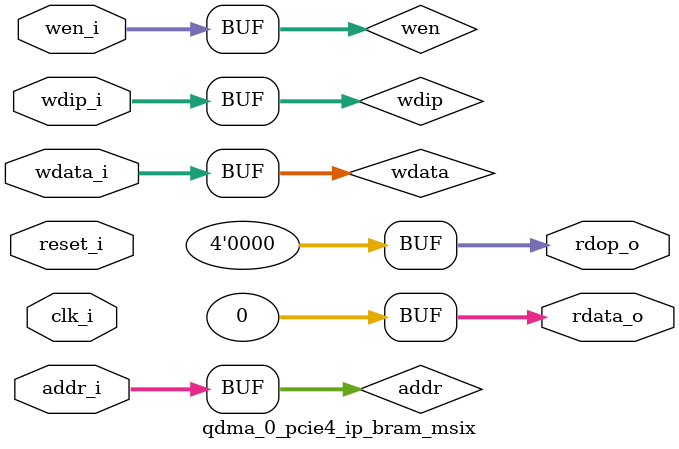
<source format=v>
`timescale 1ps/1ps

(* DowngradeIPIdentifiedWarnings = "yes" *)
module qdma_0_pcie4_ip_bram_msix #(

  parameter           TCQ = 100
, parameter           TO_RAM_PIPELINE="FALSE"
, parameter           FROM_RAM_PIPELINE="FALSE"
, parameter           MSIX_CAP_TABLE_SIZE=11'h0
, parameter           MSIX_TABLE_RAM_ENABLE="FALSE"

  ) (

  input  wire         clk_i,
  input  wire         reset_i,

  input  wire  [12:0] addr_i,
  input  wire  [31:0] wdata_i,
  input  wire   [3:0] wdip_i,
  input  wire   [3:0] wen_i,
  output wire  [31:0] rdata_o,
  output wire   [3:0] rdop_o

  );

  // WIP : Use Total number of functions (PFs + VFs) to calculate the NUM_BRAM_4K
  localparam integer NUM_BRAM_4K = (MSIX_TABLE_RAM_ENABLE == "TRUE") ? 8 : 0 ;
 

  reg          [12:0] addr;
  reg          [12:0] addr_p0;
  reg          [12:0] addr_p1;
  reg          [31:0] wdata;
  reg           [3:0] wdip;
  reg           [3:0] wen;
  reg          [31:0] reg_rdata;
  reg           [3:0] reg_rdop;
  wire         [31:0] rdata;
  wire          [3:0] rdop;
  genvar              i;
  wire    [(8*4)-1:0] bram_4k_wen;
  wire   [(8*32)-1:0] rdata_t;
  wire    [(8*4)-1:0] rdop_t;

  //
  // Optional input pipe stages
  //
  generate

    if (TO_RAM_PIPELINE == "TRUE") begin : TORAMPIPELINE

      always @(posedge clk_i) begin
     
        if (reset_i) begin

          addr <= #(TCQ) 13'b0;
          wdata <= #(TCQ) 32'b0;
          wdip <= #(TCQ) 4'b0;
          wen <= #(TCQ) 4'b0;

        end else begin

          addr <= #(TCQ) addr_i;
          wdata <= #(TCQ) wdata_i;
          wdip <= #(TCQ) wdip_i;
          wen <= #(TCQ) wen_i;

        end

      end

    end else begin : NOTORAMPIPELINE

      always @(*) begin

          addr = addr_i;
          wdata = wdata_i;
          wdip = wdip_i;
          wen = wen_i;

      end


    end

  endgenerate

  // 
  // Address pipeline
  //
  always @(posedge clk_i) begin
     
    if (reset_i) begin

      addr_p0 <= #(TCQ) 13'b0;
      addr_p1 <= #(TCQ) 13'b0;

    end else begin

      addr_p0 <= #(TCQ) addr;
      addr_p1 <= #(TCQ) addr_p0;

    end

  end

  //
  // Optional output pipe stages
  //
  generate

    if (FROM_RAM_PIPELINE == "TRUE") begin : FRMRAMPIPELINE


      always @(posedge clk_i) begin
     
        if (reset_i) begin

          reg_rdata <= #(TCQ) 32'b0;
          reg_rdop <= #(TCQ) 4'b0;

        end else begin

          case (addr_p1[12:10]) 
            3'b000 : begin
              reg_rdata <= #(TCQ) rdata_t[(32*(0))+31:(32*(0))+0];
              reg_rdop <= #(TCQ) rdop_t[(4*(0))+3:(4*(0))+0];
            end
            3'b001 : begin
              reg_rdata <= #(TCQ) rdata_t[(32*(1))+31:(32*(1))+0];
              reg_rdop <= #(TCQ) rdop_t[(4*(1))+3:(4*(1))+0];
            end
            3'b010 : begin
              reg_rdata <= #(TCQ) rdata_t[(32*(2))+31:(32*(2))+0];
              reg_rdop <= #(TCQ) rdop_t[(4*(2))+3:(4*(2))+0];
            end
            3'b011 : begin
              reg_rdata <= #(TCQ) rdata_t[(32*(3))+31:(32*(3))+0];
              reg_rdop <= #(TCQ) rdop_t[(4*(3))+3:(4*(3))+0];
            end
            3'b100 : begin
              reg_rdata <= #(TCQ) rdata_t[(32*(4))+31:(32*(4))+0];
              reg_rdop <= #(TCQ) rdop_t[(4*(4))+3:(4*(4))+0];
            end
            3'b101 : begin
              reg_rdata <= #(TCQ) rdata_t[(32*(5))+31:(32*(5))+0];
              reg_rdop <= #(TCQ) rdop_t[(4*(5))+3:(4*(5))+0];
            end
            3'b110 : begin
              reg_rdata <= #(TCQ) rdata_t[(32*(6))+31:(32*(6))+0];
              reg_rdop <= #(TCQ) rdop_t[(4*(6))+3:(4*(6))+0];
            end
            3'b111 : begin
              reg_rdata <= #(TCQ) rdata_t[(32*(7))+31:(32*(7))+0];
              reg_rdop <= #(TCQ) rdop_t[(4*(7))+3:(4*(7))+0];
            end
          endcase

        end

      end

    end else begin : NOFRMRAMPIPELINE

      always @(*) begin

          case (addr_p1[12:10]) 
            3'b000 : begin
              reg_rdata <= #(TCQ) rdata_t[(32*(0))+31:(32*(0))+0];
              reg_rdop <= #(TCQ) rdop_t[(4*(0))+3:(4*(0))+0];
            end
            3'b001 : begin
              reg_rdata <= #(TCQ) rdata_t[(32*(1))+31:(32*(1))+0];
              reg_rdop <= #(TCQ) rdop_t[(4*(1))+3:(4*(1))+0];
            end
            3'b010 : begin
              reg_rdata <= #(TCQ) rdata_t[(32*(2))+31:(32*(2))+0];
              reg_rdop <= #(TCQ) rdop_t[(4*(2))+3:(4*(2))+0];
            end
            3'b011 : begin
              reg_rdata <= #(TCQ) rdata_t[(32*(3))+31:(32*(3))+0];
              reg_rdop <= #(TCQ) rdop_t[(4*(3))+3:(4*(3))+0];
            end
            3'b100 : begin
              reg_rdata <= #(TCQ) rdata_t[(32*(4))+31:(32*(4))+0];
              reg_rdop <= #(TCQ) rdop_t[(4*(4))+3:(4*(4))+0];
            end
            3'b101 : begin
              reg_rdata <= #(TCQ) rdata_t[(32*(5))+31:(32*(5))+0];
              reg_rdop <= #(TCQ) rdop_t[(4*(5))+3:(4*(5))+0];
            end
            3'b110 : begin
              reg_rdata <= #(TCQ) rdata_t[(32*(6))+31:(32*(6))+0];
              reg_rdop <= #(TCQ) rdop_t[(4*(6))+3:(4*(6))+0];
            end
            3'b111 : begin
              reg_rdata <= #(TCQ) rdata_t[(32*(7))+31:(32*(7))+0];
              reg_rdop <= #(TCQ) rdop_t[(4*(7))+3:(4*(7))+0];
            end
          endcase

      end

    end
  
  endgenerate

  assign rdata_o = (MSIX_TABLE_RAM_ENABLE == "TRUE") ?  reg_rdata : 32'h0;
  assign rdop_o = (MSIX_TABLE_RAM_ENABLE == "TRUE") ? reg_rdop : 4'h0;

  generate 
  
    for (i=0; i<NUM_BRAM_4K; i=i+1) begin : BRAM4K

      qdma_0_pcie4_ip_bram_4k_int #(
          .TCQ(TCQ)
        )
        bram_4k_int (
    
          .clk_i (clk_i),
          .reset_i (reset_i),
    
          .addr_i(addr[9:0]),
          .wdata_i(wdata),
          .wdip_i(wdip),
          .wen_i(bram_4k_wen[(4*(i))+3:(4*(i))+0]),
          .rdata_o(rdata_t[(32*i)+31:(32*i)+0]),
          .rdop_o(rdop_t[(4*i)+3:(4*i)+0]),
          .baddr_i(10'b0),
          .brdata_o()

      );
      assign bram_4k_wen[(4*(i))+3:(4*(i))+0] = wen & {4{(i == addr[12:10])}};  
      
    end

  endgenerate

endmodule

</source>
